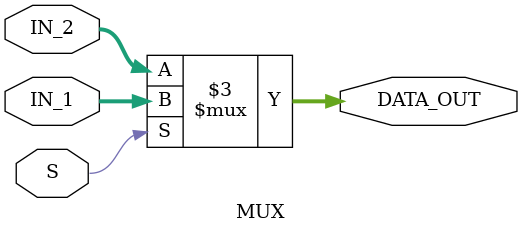
<source format=v>
`timescale 1ns/1ns

module MUX
(
	input [31:0]IN_1,
	input [31:0]IN_2,
	input S,
	output reg [31:0]DATA_OUT
);

always @*
begin
	if (S)
	begin
		DATA_OUT = IN_1;
	end
	else
	begin
		DATA_OUT = IN_2;
	end
end

endmodule
</source>
